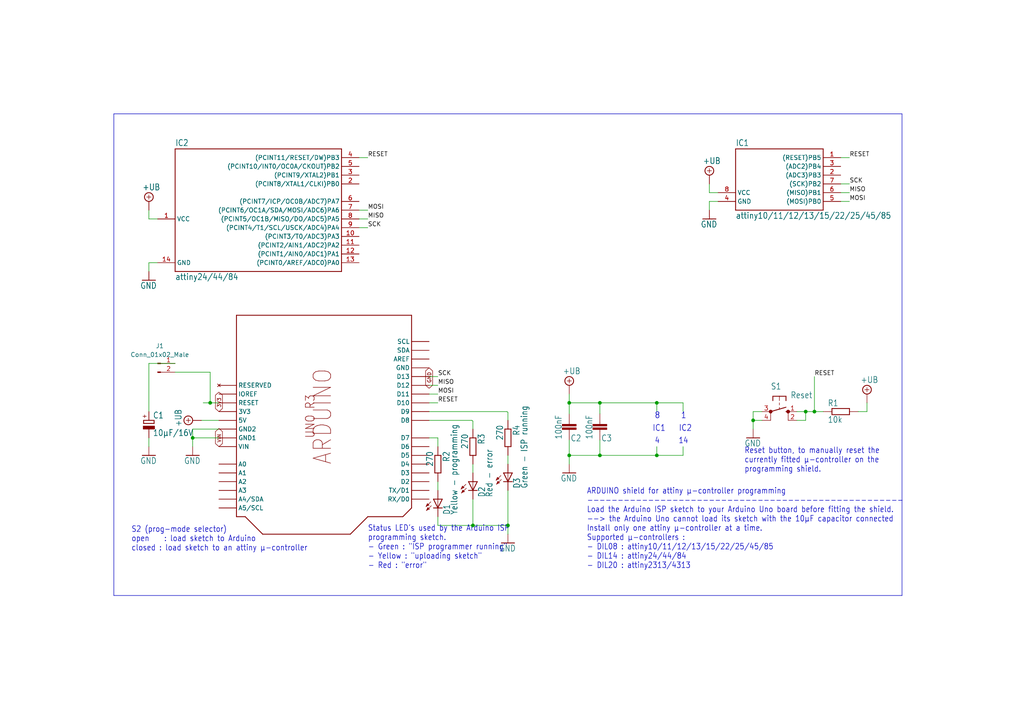
<source format=kicad_sch>
(kicad_sch (version 20211123) (generator eeschema)
  (paper "A4")
  (lib_symbols
    (symbol "Attiny programmer shield-eagle-import:+UB" (power)
      (property "Value" "+UB" (at -1.905 3.175 0))
      (symbol "+UB_1_0"
        (polyline (pts (xy -0.635 1.27) (xy 0.635 1.27)) (stroke (width 0.1524)))
        (polyline (pts (xy 0 0.635) (xy 0 1.905)) (stroke (width 0.1524)))
        (circle (center 0 1.27) (radius 1.27) (stroke (width 0.254)))
        (pin power_in line (at 0 -2.54 90) (length 2.54) (name "+UB") (number "1"))
      )
    )
    (symbol "Attiny programmer shield-eagle-import:10-XX"
      (property "Reference" "S" (at -6.35 -2.54 90))
      (property "Value" "10-XX" (at -3.81 3.175 90))
      (symbol "10-XX_1_0"
        (circle (center 0 -2.54) (radius 0.127) (stroke (width 0.4064)))
        (polyline (pts (xy -4.445 -1.905) (xy -3.175 -1.905)) (stroke (width 0.254)))
        (polyline (pts (xy -4.445 0) (xy -4.445 -1.905)) (stroke (width 0.254)))
        (polyline (pts (xy -4.445 0) (xy -3.175 0)) (stroke (width 0.1524)))
        (polyline (pts (xy -4.445 1.905) (xy -4.445 0)) (stroke (width 0.254)))
        (polyline (pts (xy -4.445 1.905) (xy -3.175 1.905)) (stroke (width 0.254)))
        (polyline (pts (xy -2.54 0) (xy -1.905 0)) (stroke (width 0.1524)))
        (polyline (pts (xy -1.27 0) (xy -0.635 0)) (stroke (width 0.1524)))
        (polyline (pts (xy 0 -2.54) (xy -1.27 1.905)) (stroke (width 0.254)))
        (polyline (pts (xy 0 1.905) (xy 0 2.54)) (stroke (width 0.254)))
        (polyline (pts (xy 2.54 -2.54) (xy 0 -2.54)) (stroke (width 0.1524)))
        (polyline (pts (xy 2.54 2.54) (xy 0 2.54)) (stroke (width 0.1524)))
        (circle (center 0 2.54) (radius 0.127) (stroke (width 0.4064)))
        (pin passive line (at 0 5.08 270) (length 2.54) (name "S") (number "1"))
        (pin passive line (at 2.54 5.08 270) (length 2.54) (name "S1") (number "2"))
        (pin passive line (at 0 -5.08 90) (length 2.54) (name "P") (number "3"))
        (pin passive line (at 2.54 -5.08 90) (length 2.54) (name "P1") (number "4"))
      )
    )
    (symbol "Attiny programmer shield-eagle-import:ARDUINO-UNO_R3"
      (symbol "ARDUINO-UNO_R3_1_0"
        (polyline (pts (xy -33.02 -25.4) (xy 25.4 -25.4)) (stroke (width 0.254)))
        (polyline (pts (xy -33.02 25.4) (xy -33.02 -25.4)) (stroke (width 0.254)))
        (polyline (pts (xy 22.86 25.4) (xy -33.02 25.4)) (stroke (width 0.254)))
        (polyline (pts (xy 25.4 -25.4) (xy 25.4 -22.86)) (stroke (width 0.254)))
        (polyline (pts (xy 25.4 -22.86) (xy 30.48 -17.78)) (stroke (width 0.254)))
        (polyline (pts (xy 25.4 12.7) (xy 25.4 22.86)) (stroke (width 0.254)))
        (polyline (pts (xy 25.4 22.86) (xy 22.86 25.4)) (stroke (width 0.254)))
        (polyline (pts (xy 30.48 -17.78) (xy 30.48 7.62)) (stroke (width 0.254)))
        (polyline (pts (xy 30.48 7.62) (xy 25.4 12.7)) (stroke (width 0.254)))
        (text "ARDUINO" (at -17.78 2.54 0) (effects (font (size 5.08 4.318)) (justify left bottom)))
        (text "UNO R3" (at -10.16 -2.54 0) (effects (font (size 2.54 2.159)) (justify left bottom)))
        (pin power_in line (at -5.08 -30.48 90) (length 5.08) (name "3V3") (number "3V"))
        (pin power_in line (at -2.54 -30.48 90) (length 5.08) (name "5V") (number "5V"))
        (pin bidirectional line (at 10.16 -30.48 90) (length 5.08) (name "A0") (number "A0"))
        (pin bidirectional line (at 12.7 -30.48 90) (length 5.08) (name "A1") (number "A1"))
        (pin bidirectional line (at 15.24 -30.48 90) (length 5.08) (name "A2") (number "A2"))
        (pin bidirectional line (at 17.78 -30.48 90) (length 5.08) (name "A3") (number "A3"))
        (pin bidirectional line (at 20.32 -30.48 90) (length 5.08) (name "A4/SDA") (number "A4"))
        (pin bidirectional line (at 22.86 -30.48 90) (length 5.08) (name "A5/SCL") (number "A5"))
        (pin bidirectional line (at -20.32 30.48 270) (length 5.08) (name "AREF") (number "AREF"))
        (pin bidirectional line (at 20.32 30.48 270) (length 5.08) (name "RX/D0") (number "D0"))
        (pin bidirectional line (at 17.78 30.48 270) (length 5.08) (name "TX/D1") (number "D1"))
        (pin bidirectional line (at -7.62 30.48 270) (length 5.08) (name "D10") (number "D10"))
        (pin bidirectional line (at -10.16 30.48 270) (length 5.08) (name "D11") (number "D11"))
        (pin bidirectional line (at -12.7 30.48 270) (length 5.08) (name "D12") (number "D12"))
        (pin bidirectional line (at -15.24 30.48 270) (length 5.08) (name "D13") (number "D13"))
        (pin bidirectional line (at 15.24 30.48 270) (length 5.08) (name "D2") (number "D2"))
        (pin bidirectional line (at 12.7 30.48 270) (length 5.08) (name "D3") (number "D3"))
        (pin bidirectional line (at 10.16 30.48 270) (length 5.08) (name "D4") (number "D4"))
        (pin bidirectional line (at 7.62 30.48 270) (length 5.08) (name "D5") (number "D5"))
        (pin bidirectional line (at 5.08 30.48 270) (length 5.08) (name "D6") (number "D6"))
        (pin bidirectional line (at 2.54 30.48 270) (length 5.08) (name "D7") (number "D7"))
        (pin bidirectional line (at -2.54 30.48 270) (length 5.08) (name "D8") (number "D8"))
        (pin bidirectional line (at -5.08 30.48 270) (length 5.08) (name "D9") (number "D9"))
        (pin power_in line (at -17.78 30.48 270) (length 5.08) (name "GND") (number "GND"))
        (pin power_in line (at 2.54 -30.48 90) (length 5.08) (name "GND1") (number "GND1"))
        (pin power_in line (at 0 -30.48 90) (length 5.08) (name "GND2") (number "GND2"))
        (pin output line (at -10.16 -30.48 90) (length 5.08) (name "IOREF") (number "IOREF"))
        (pin no_connect line (at -12.7 -30.48 90) (length 5.08) (name "RESERVED") (number "RESERVED"))
        (pin bidirectional line (at -7.62 -30.48 90) (length 5.08) (name "RESET") (number "RESET"))
        (pin bidirectional line (at -25.4 30.48 270) (length 5.08) (name "SCL") (number "SCL"))
        (pin bidirectional line (at -22.86 30.48 270) (length 5.08) (name "SDA") (number "SDA"))
        (pin power_in line (at 5.08 -30.48 90) (length 5.08) (name "VIN") (number "VIN"))
      )
    )
    (symbol "Attiny programmer shield-eagle-import:C-EU050-025X075"
      (property "Reference" "C" (at 1.524 0.381 0))
      (property "Value" "C-EU050-025X075" (at 1.524 -4.699 0))
      (symbol "C-EU050-025X075_1_0"
        (rectangle (start -2.032 -2.032) (end 2.032 -1.524) (fill (type outline)))
        (rectangle (start -2.032 -1.016) (end 2.032 -0.508) (fill (type outline)))
        (polyline (pts (xy 0 -2.54) (xy 0 -2.032)) (stroke (width 0.1524)))
        (polyline (pts (xy 0 0) (xy 0 -0.508)) (stroke (width 0.1524)))
        (pin passive line (at 0 2.54 270) (length 2.54) (name "1") (number "1"))
        (pin passive line (at 0 -5.08 90) (length 2.54) (name "2") (number "2"))
      )
    )
    (symbol "Attiny programmer shield-eagle-import:CPOL-EUE2,5-6E"
      (property "Reference" "C" (at 1.143 0.4826 0))
      (property "Value" "CPOL-EUE2,5-6E" (at 1.143 -4.5974 0))
      (symbol "CPOL-EUE2,5-6E_1_0"
        (rectangle (start -1.651 -2.54) (end 1.651 -1.651) (fill (type outline)))
        (polyline (pts (xy -1.524 -0.889) (xy 1.524 -0.889)) (stroke (width 0.254)))
        (polyline (pts (xy -1.524 0) (xy -1.524 -0.889)) (stroke (width 0.254)))
        (polyline (pts (xy -1.524 0) (xy 1.524 0)) (stroke (width 0.254)))
        (polyline (pts (xy 1.524 -0.889) (xy 1.524 0)) (stroke (width 0.254)))
        (text "+" (at -0.5842 0.4064 900) (effects (font (size 1.27 1.0795)) (justify left bottom)))
        (pin passive line (at 0 2.54 270) (length 2.54) (name "+") (number "+"))
        (pin passive line (at 0 -5.08 90) (length 2.54) (name "-") (number "-"))
      )
    )
    (symbol "Attiny programmer shield-eagle-import:GND" (power)
      (property "Value" "GND" (at -2.54 -2.54 0))
      (symbol "GND_1_0"
        (polyline (pts (xy -1.905 0) (xy 1.905 0)) (stroke (width 0.254)))
        (pin power_in line (at 0 2.54 270) (length 2.54) (name "GND") (number "1"))
      )
    )
    (symbol "Attiny programmer shield-eagle-import:LED3MM"
      (property "Reference" "LED" (at 3.556 -4.572 90))
      (property "Value" "LED3MM" (at 5.715 -4.572 90))
      (symbol "LED3MM_1_0"
        (polyline (pts (xy -2.032 -0.762) (xy -3.429 -2.159)) (stroke (width 0.1524)))
        (polyline (pts (xy -1.905 -1.905) (xy -3.302 -3.302)) (stroke (width 0.1524)))
        (polyline (pts (xy 0 -2.54) (xy -1.27 -2.54)) (stroke (width 0.254)))
        (polyline (pts (xy 0 -2.54) (xy -1.27 0)) (stroke (width 0.254)))
        (polyline (pts (xy 0 0) (xy -1.27 0)) (stroke (width 0.254)))
        (polyline (pts (xy 0 0) (xy 0 -2.54)) (stroke (width 0.1524)))
        (polyline (pts (xy 1.27 -2.54) (xy 0 -2.54)) (stroke (width 0.254)))
        (polyline (pts (xy 1.27 0) (xy 0 -2.54)) (stroke (width 0.254)))
        (polyline (pts (xy 1.27 0) (xy 0 0)) (stroke (width 0.254)))
        (polyline (pts (xy -3.429 -2.159) (xy -3.048 -1.27) (xy -2.54 -1.778)) (fill (type outline)))
        (polyline (pts (xy -3.302 -3.302) (xy -2.921 -2.413) (xy -2.413 -2.921)) (fill (type outline)))
        (pin passive line (at 0 2.54 270) (length 2.54) (name "A") (number "A"))
        (pin passive line (at 0 -5.08 90) (length 2.54) (name "C") (number "K"))
      )
    )
    (symbol "Attiny programmer shield-eagle-import:R-EU_0204{slash}5"
      (property "Reference" "R" (at -3.81 1.4986 0))
      (property "Value" "R-EU_0204{slash}5" (at -3.81 -3.302 0))
      (symbol "R-EU_0204{slash}5_1_0"
        (polyline (pts (xy -2.54 -0.889) (xy -2.54 0.889)) (stroke (width 0.254)))
        (polyline (pts (xy -2.54 -0.889) (xy 2.54 -0.889)) (stroke (width 0.254)))
        (polyline (pts (xy 2.54 -0.889) (xy 2.54 0.889)) (stroke (width 0.254)))
        (polyline (pts (xy 2.54 0.889) (xy -2.54 0.889)) (stroke (width 0.254)))
        (pin passive line (at -5.08 0 0) (length 2.54) (name "1") (number "1"))
        (pin passive line (at 5.08 0 180) (length 2.54) (name "2") (number "2"))
      )
    )
    (symbol "Attiny programmer shield-eagle-import:R-EU_0207{slash}7"
      (property "Reference" "R" (at -3.81 1.4986 0))
      (property "Value" "R-EU_0207{slash}7" (at -3.81 -3.302 0))
      (symbol "R-EU_0207{slash}7_1_0"
        (polyline (pts (xy -2.54 -0.889) (xy -2.54 0.889)) (stroke (width 0.254)))
        (polyline (pts (xy -2.54 -0.889) (xy 2.54 -0.889)) (stroke (width 0.254)))
        (polyline (pts (xy 2.54 -0.889) (xy 2.54 0.889)) (stroke (width 0.254)))
        (polyline (pts (xy 2.54 0.889) (xy -2.54 0.889)) (stroke (width 0.254)))
        (pin passive line (at -5.08 0 0) (length 2.54) (name "1") (number "1"))
        (pin passive line (at 5.08 0 180) (length 2.54) (name "2") (number "2"))
      )
    )
    (symbol "Attiny programmer shield-eagle-import:TINY138P3"
      (property "Value" "TINY138P3" (at -12.7 -12.7 0))
      (symbol "TINY138P3_1_0"
        (polyline (pts (xy -12.7 -10.16) (xy -12.7 7.62)) (stroke (width 0.254)))
        (polyline (pts (xy -12.7 7.62) (xy 12.7 7.62)) (stroke (width 0.254)))
        (polyline (pts (xy 12.7 -10.16) (xy -12.7 -10.16)) (stroke (width 0.254)))
        (polyline (pts (xy 12.7 7.62) (xy 12.7 -10.16)) (stroke (width 0.254)))
        (pin bidirectional line (at 17.78 5.08 180) (length 5.08) (name "(RESET)PB5") (number "1"))
        (pin bidirectional line (at 17.78 0 180) (length 5.08) (name "(ADC3)PB3") (number "2"))
        (pin bidirectional line (at 17.78 2.54 180) (length 5.08) (name "(ADC2)PB4") (number "3"))
        (pin power_in line (at -17.78 -7.62 0) (length 5.08) (name "GND") (number "4"))
        (pin bidirectional line (at 17.78 -7.62 180) (length 5.08) (name "(MOSI)PB0") (number "5"))
        (pin bidirectional line (at 17.78 -5.08 180) (length 5.08) (name "(MISO)PB1") (number "6"))
        (pin bidirectional line (at 17.78 -2.54 180) (length 5.08) (name "(SCK)PB2") (number "7"))
        (pin power_in line (at -17.78 -5.08 0) (length 5.08) (name "VCC") (number "8"))
      )
    )
    (symbol "Attiny programmer shield-eagle-import:TINY24{slash}44{slash}84-PU"
      (property "Reference" "IC" (at -2.54 18.542 0))
      (property "Value" "TINY24{slash}44{slash}84-PU" (at -2.54 -20.32 0))
      (symbol "TINY24{slash}44{slash}84-PU_1_0"
        (polyline (pts (xy -2.54 -17.78) (xy -2.54 17.78)) (stroke (width 0.254)))
        (polyline (pts (xy -2.54 17.78) (xy 45.72 17.78)) (stroke (width 0.254)))
        (polyline (pts (xy 45.72 -17.78) (xy -2.54 -17.78)) (stroke (width 0.254)))
        (polyline (pts (xy 45.72 17.78) (xy 45.72 -17.78)) (stroke (width 0.254)))
        (pin power_in line (at -7.62 -2.54 0) (length 5.08) (name "VCC") (number "1"))
        (pin bidirectional line (at 50.8 -7.62 180) (length 5.08) (name "(PCINT3/T0/ADC3)PA3") (number "10"))
        (pin bidirectional line (at 50.8 -10.16 180) (length 5.08) (name "(PCINT2/AIN1/ADC2)PA2") (number "11"))
        (pin bidirectional line (at 50.8 -12.7 180) (length 5.08) (name "(PCINT1/AIN0/ADC1)PA1") (number "12"))
        (pin bidirectional line (at 50.8 -15.24 180) (length 5.08) (name "(PCINT0/AREF/ADC0)PA0") (number "13"))
        (pin power_in line (at -7.62 -15.24 0) (length 5.08) (name "GND") (number "14"))
        (pin bidirectional line (at 50.8 7.62 180) (length 5.08) (name "(PCINT8/XTAL1/CLKI)PB0") (number "2"))
        (pin bidirectional line (at 50.8 10.16 180) (length 5.08) (name "(PCINT9/XTAL2)PB1") (number "3"))
        (pin bidirectional line (at 50.8 15.24 180) (length 5.08) (name "(PCINT11/RESET/DW)PB3") (number "4"))
        (pin bidirectional line (at 50.8 12.7 180) (length 5.08) (name "(PCINT10/INT0/OC0A/CKOUT)PB2") (number "5"))
        (pin bidirectional line (at 50.8 2.54 180) (length 5.08) (name "(PCINT7/ICP/OC0B/ADC7)PA7") (number "6"))
        (pin bidirectional line (at 50.8 0 180) (length 5.08) (name "(PCINT6/OC1A/SDA/MOSI/ADC6)PA6") (number "7"))
        (pin bidirectional line (at 50.8 -2.54 180) (length 5.08) (name "(PCINT5/OC1B/MISO/DO/ADC5)PA5") (number "8"))
        (pin bidirectional line (at 50.8 -5.08 180) (length 5.08) (name "(PCINT4/T1/SCL/USCK/ADC4)PA4") (number "9"))
      )
    )
    (symbol "Connector:Conn_01x02_Male" (pin_names (offset 1.016) hide)
      (property "Reference" "J" (at 0 2.54 0))
      (property "Value" "Conn_01x02_Male" (at 0 -5.08 0))
      (symbol "Conn_01x02_Male_1_1"
        (polyline (pts (xy 1.27 -2.54) (xy 0.8636 -2.54)) (stroke (width 0.1524)))
        (polyline (pts (xy 1.27 0) (xy 0.8636 0)) (stroke (width 0.1524)))
        (rectangle (start 0.8636 -2.413) (end 0 -2.667) (stroke (width 0.1524)) (fill (type outline)))
        (rectangle (start 0.8636 0.127) (end 0 -0.127) (stroke (width 0.1524)) (fill (type outline)))
        (pin passive line (at 5.08 0 180) (length 3.81) (name "Pin_1") (number "1"))
        (pin passive line (at 5.08 -2.54 180) (length 3.81) (name "Pin_2") (number "2"))
      )
    )
  )
  (junction (at 173.99 132.08))
  (junction (at 165.1 116.84))
  (junction (at 190.5 116.84))
  (junction (at 190.5 132.08))
  (junction (at 218.44 121.92))
  (junction (at 236.22 119.38))
  (junction (at 147.32 152.4))
  (junction (at 55.88 127))
  (junction (at 137.16 152.4))
  (junction (at 165.1 132.08))
  (junction (at 173.99 116.84))
  (junction (at 60.96 116.84))
  (junction (at 233.68 119.38))
  (wire (pts (xy 205.74 58.42) (xy 208.28 58.42)))
  (wire (pts (xy 137.16 134.62) (xy 137.16 137.16)))
  (wire (pts (xy 205.74 55.88) (xy 208.28 55.88)))
  (wire (pts (xy 124.46 114.3) (xy 127 114.3)))
  (wire (pts (xy 63.5 124.46) (xy 55.88 124.46)))
  (wire (pts (xy 165.1 116.84) (xy 173.99 116.84)))
  (wire (pts (xy 236.22 119.38) (xy 238.76 119.38)))
  (wire (pts (xy 124.46 109.22) (xy 127 109.22)))
  (wire (pts (xy 43.18 105.41) (xy 50.8 105.41)))
  (wire (pts (xy 60.96 107.95) (xy 50.8 107.95)))
  (wire (pts (xy 198.12 132.08) (xy 198.12 129.54)))
  (wire (pts (xy 243.84 45.72) (xy 246.38 45.72)))
  (wire (pts (xy 136.906 121.92) (xy 137.16 122.174)))
  (wire (pts (xy 243.84 55.88) (xy 246.38 55.88)))
  (wire (pts (xy 231.14 119.38) (xy 233.68 119.38)))
  (wire (pts (xy 243.84 53.34) (xy 246.38 53.34)))
  (wire (pts (xy 127 139.7) (xy 127 142.24)))
  (wire (pts (xy 127 149.86) (xy 127 152.4)))
  (wire (pts (xy 198.12 116.84) (xy 198.12 119.38)))
  (wire (pts (xy 147.32 152.4) (xy 137.16 152.4)))
  (wire (pts (xy 60.96 116.84) (xy 63.5 116.84)))
  (wire (pts (xy 147.066 119.38) (xy 147.32 119.634)))
  (wire (pts (xy 147.32 142.24) (xy 147.32 152.4)))
  (wire (pts (xy 137.16 152.4) (xy 137.16 144.78)))
  (polyline (pts (xy 33.02 172.72) (xy 261.62 172.72)) (stroke (width 0) (type solid)))
  (wire (pts (xy 124.46 111.76) (xy 127 111.76)))
  (wire (pts (xy 43.18 119.38) (xy 43.18 105.41)))
  (wire (pts (xy 218.44 121.92) (xy 218.44 124.46)))
  (wire (pts (xy 173.99 132.08) (xy 190.5 132.08)))
  (wire (pts (xy 231.14 121.92) (xy 233.68 121.92)))
  (wire (pts (xy 190.5 132.08) (xy 190.5 129.54)))
  (wire (pts (xy 43.18 76.2) (xy 43.18 78.74)))
  (wire (pts (xy 218.44 119.38) (xy 218.44 121.92)))
  (wire (pts (xy 190.5 116.84) (xy 190.5 119.38)))
  (wire (pts (xy 205.74 60.96) (xy 205.74 58.42)))
  (wire (pts (xy 205.74 53.34) (xy 205.74 55.88)))
  (wire (pts (xy 233.68 119.38) (xy 236.22 119.38)))
  (polyline (pts (xy 33.02 33.02) (xy 33.02 172.72)) (stroke (width 0) (type solid)))
  (wire (pts (xy 165.1 127.635) (xy 165.1 132.08)))
  (wire (pts (xy 236.22 119.38) (xy 236.22 109.22)))
  (wire (pts (xy 165.1 120.015) (xy 165.1 116.84)))
  (wire (pts (xy 165.1 132.08) (xy 173.99 132.08)))
  (wire (pts (xy 63.5 121.92) (xy 58.42 121.92)))
  (wire (pts (xy 243.84 58.42) (xy 246.38 58.42)))
  (polyline (pts (xy 261.62 33.02) (xy 33.02 33.02)) (stroke (width 0) (type solid)))
  (wire (pts (xy 147.32 119.634) (xy 147.32 121.92)))
  (wire (pts (xy 173.99 127.635) (xy 173.99 132.08)))
  (wire (pts (xy 104.14 63.5) (xy 106.68 63.5)))
  (wire (pts (xy 124.46 119.38) (xy 147.066 119.38)))
  (wire (pts (xy 104.14 60.96) (xy 106.68 60.96)))
  (wire (pts (xy 127 152.4) (xy 137.16 152.4)))
  (wire (pts (xy 173.99 116.84) (xy 190.5 116.84)))
  (wire (pts (xy 173.99 120.015) (xy 173.99 116.84)))
  (wire (pts (xy 165.1 132.08) (xy 165.1 134.62)))
  (wire (pts (xy 43.18 60.96) (xy 43.18 63.5)))
  (wire (pts (xy 43.18 127) (xy 43.18 129.54)))
  (wire (pts (xy 43.18 63.5) (xy 45.72 63.5)))
  (wire (pts (xy 251.46 119.38) (xy 248.92 119.38)))
  (wire (pts (xy 190.5 116.84) (xy 198.12 116.84)))
  (wire (pts (xy 104.14 66.04) (xy 106.68 66.04)))
  (wire (pts (xy 220.98 119.38) (xy 218.44 119.38)))
  (wire (pts (xy 220.98 121.92) (xy 218.44 121.92)))
  (wire (pts (xy 58.928 116.84) (xy 60.96 116.84)))
  (wire (pts (xy 55.88 127) (xy 55.88 129.54)))
  (wire (pts (xy 233.68 121.92) (xy 233.68 119.38)))
  (wire (pts (xy 63.5 127) (xy 55.88 127)))
  (wire (pts (xy 127 127) (xy 127 129.54)))
  (wire (pts (xy 45.72 76.2) (xy 43.18 76.2)))
  (wire (pts (xy 124.46 121.92) (xy 136.906 121.92)))
  (wire (pts (xy 124.46 116.84) (xy 127 116.84)))
  (wire (pts (xy 147.32 154.94) (xy 147.32 152.4)))
  (wire (pts (xy 124.46 127) (xy 127 127)))
  (wire (pts (xy 165.1 114.3) (xy 165.1 116.84)))
  (wire (pts (xy 137.16 122.174) (xy 137.16 124.46)))
  (wire (pts (xy 147.32 132.08) (xy 147.32 134.62)))
  (wire (pts (xy 104.14 45.72) (xy 106.68 45.72)))
  (wire (pts (xy 55.88 124.46) (xy 55.88 127)))
  (wire (pts (xy 60.96 116.84) (xy 60.96 107.95)))
  (polyline (pts (xy 261.62 172.72) (xy 261.62 33.02)) (stroke (width 0) (type solid)))
  (wire (pts (xy 190.5 132.08) (xy 198.12 132.08)))
  (wire (pts (xy 251.46 116.84) (xy 251.46 119.38)))
  (text "ARDUINO shield for attiny µ-controller programming\n----------------------------------------------------\nLoad the Arduino ISP sketch to your Arduino Uno board before fitting the shield.\n--> the Arduino Uno cannot load its sketch with the 10µF capacitor connected\nInstall only one attiny µ-controller at a time.\nSupported µ-controllers :\n- DIL08 : attiny10/11/12/13/15/22/25/45/85\n- DIL14 : attiny24/44/84\n- DIL20 : attiny2313/4313" (at 170.18 165.1 180) (effects (font (size 1.6764 1.4249)) (justify left bottom)))
  (text "IC2" (at 196.85 125.349 180) (effects (font (size 1.778 1.5113)) (justify left bottom)))
  (text "1" (at 197.485 121.666 180) (effects (font (size 1.778 1.5113)) (justify left bottom)))
  (text "S2 (prog-mode selector)\nopen    : load sketch to Arduino\nclosed : load sketch to an attiny µ-controller" (at 38.1 160.02 180) (effects (font (size 1.6764 1.4249)) (justify left bottom)))
  (text "8" (at 189.865 121.666 180) (effects (font (size 1.778 1.5113)) (justify left bottom)))
  (text "Status LED's used by the Arduino ISP\nprogramming sketch.\n- Green : \"ISP programmer running\"\n- Yellow : \"uploading sketch\"\n- Red : \"error\"" (at 106.68 165.1 180) (effects (font (size 1.6764 1.4249)) (justify left bottom)))
  (text "4" (at 189.865 128.905 180) (effects (font (size 1.6764 1.4249)) (justify left bottom)))
  (text "Reset button, to manually reset the\ncurrently fitted µ-controller on the\nprogramming shield." (at 215.9 137.16 180) (effects (font (size 1.6764 1.4249)) (justify left bottom)))
  (text "IC1" (at 189.23 125.349 180) (effects (font (size 1.778 1.5113)) (justify left bottom)))
  (text "14" (at 196.7738 128.905 180) (effects (font (size 1.6764 1.4249)) (justify left bottom)))
  (label "SCK" (at 127 109.22 0) (effects (font (size 1.2446 1.2446))))
  (label "RESET" (at 127 116.84 0) (effects (font (size 1.2446 1.2446))))
  (label "RESET" (at 106.68 45.72 0) (effects (font (size 1.2446 1.2446))))
  (label "RESET" (at 246.38 45.72 0) (effects (font (size 1.2446 1.2446))))
  (label "RESET" (at 236.22 109.22 0) (effects (font (size 1.2446 1.2446))))
  (label "MISO" (at 127 111.76 0) (effects (font (size 1.2446 1.2446))))
  (label "SCK" (at 106.68 66.04 0) (effects (font (size 1.2446 1.2446))))
  (label "MISO" (at 246.38 55.88 0) (effects (font (size 1.2446 1.2446))))
  (label "MISO" (at 106.68 63.5 0) (effects (font (size 1.2446 1.2446))))
  (label "MOSI" (at 127 114.3 0) (effects (font (size 1.2446 1.2446))))
  (label "MOSI" (at 106.68 60.96 0) (effects (font (size 1.2446 1.2446))))
  (label "MOSI" (at 246.38 58.42 0) (effects (font (size 1.2446 1.2446))))
  (label "SCK" (at 246.38 53.34 0) (effects (font (size 1.2446 1.2446))))
  (global_label "VIN" (shape bidirectional) (at 63.5 129.54 90) (effects (font (size 1.016 1.016))) (property "Intersheet References" "${INTERSHEET_REFS}" (effects hide)))
  (global_label "3V3" (shape bidirectional) (at 63.5 119.38 90) (effects (font (size 1.016 1.016))) (property "Intersheet References" "${INTERSHEET_REFS}" (effects hide)))
  (global_label "GND" (shape bidirectional) (at 124.46 106.68 270) (effects (font (size 1.016 1.016))) (property "Intersheet References" "${INTERSHEET_REFS}" (effects hide)))
  (symbol (lib_id "Attiny programmer shield-eagle-import:LED3MM") (at 127 144.78 0) (unit 1)
    (property "Reference" "D1" (at 130.556 149.352 90) (effects (font (size 1.778 1.5113)) (justify left bottom)))
    (property "Value" "Yellow - programming" (at 132.715 149.352 90) (effects (font (size 1.778 1.5113)) (justify left bottom)))
    (property "Footprint" "Attiny programmer shield:LED3MM" (effects hide))
  )
  (symbol (lib_id "Attiny programmer shield-eagle-import:+UB") (at 251.46 114.3 0) (unit 1)
    (property "Reference" "#SUPPLY06" (effects hide))
    (property "Value" "+UB" (at 249.555 111.125 0) (effects (font (size 1.778 1.5113)) (justify left bottom)))
    (property "Footprint" "Attiny programmer shield:" (effects hide))
  )
  (symbol (lib_id "Attiny programmer shield-eagle-import:R-EU_0204{slash}5") (at 137.16 129.54 270) (unit 1)
    (property "Reference" "R3" (at 138.6586 125.73 0) (effects (font (size 1.778 1.5113)) (justify left bottom)))
    (property "Value" "270" (at 133.858 125.73 0) (effects (font (size 1.778 1.5113)) (justify left bottom)))
    (property "Footprint" "Attiny programmer shield:0204_5" (effects hide))
  )
  (symbol (lib_id "Attiny programmer shield-eagle-import:R-EU_0207{slash}7") (at 243.84 119.38 0) (unit 1)
    (property "Reference" "R1" (at 240.03 117.8814 0) (effects (font (size 1.778 1.5113)) (justify left bottom)))
    (property "Value" "10k" (at 240.03 122.682 0) (effects (font (size 1.778 1.5113)) (justify left bottom)))
    (property "Footprint" "Attiny programmer shield:0207_7" (effects hide))
  )
  (symbol (lib_id "Connector:Conn_01x02_Male") (at 45.72 105.41 0) (unit 1)
    (property "Reference" "J1" (at 46.355 100.33 0))
    (property "Value" "Conn_01x02_Male" (at 46.355 102.87 0))
    (property "Footprint" "Connector_PinHeader_2.54mm:PinHeader_1x02_P2.54mm_Horizontal" (effects hide))
  )
  (symbol (lib_id "Attiny programmer shield-eagle-import:ARDUINO-UNO_R3") (at 93.98 124.46 270) (unit 1)
    (property "Reference" "U$1" (effects hide))
    (property "Value" "Arduino Uno" (effects hide))
    (property "Footprint" "Attiny programmer shield:ARDUINO-R3" (effects hide))
  )
  (symbol (lib_id "Attiny programmer shield-eagle-import:R-EU_0204{slash}5") (at 147.32 127 270) (unit 1)
    (property "Reference" "R4" (at 148.8186 123.19 0) (effects (font (size 1.778 1.5113)) (justify left bottom)))
    (property "Value" "270" (at 144.018 123.19 0) (effects (font (size 1.778 1.5113)) (justify left bottom)))
    (property "Footprint" "Attiny programmer shield:0204_5" (effects hide))
  )
  (symbol (lib_id "Attiny programmer shield-eagle-import:GND") (at 43.18 81.28 0) (unit 1)
    (property "Reference" "#GND05" (effects hide))
    (property "Value" "GND" (at 40.64 83.82 0) (effects (font (size 1.778 1.5113)) (justify left bottom)))
    (property "Footprint" "Attiny programmer shield:" (effects hide))
  )
  (symbol (lib_id "Attiny programmer shield-eagle-import:LED3MM") (at 147.32 137.16 0) (unit 1)
    (property "Reference" "D3" (at 150.876 141.732 90) (effects (font (size 1.778 1.5113)) (justify left bottom)))
    (property "Value" "Green - ISP running" (at 153.035 141.732 90) (effects (font (size 1.778 1.5113)) (justify left bottom)))
    (property "Footprint" "Attiny programmer shield:LED3MM" (effects hide))
  )
  (symbol (lib_id "Attiny programmer shield-eagle-import:10-XX") (at 226.06 119.38 270) (unit 1)
    (property "Reference" "S1" (at 223.52 113.03 90) (effects (font (size 1.778 1.5113)) (justify left bottom)))
    (property "Value" "Reset" (at 229.235 115.57 90) (effects (font (size 1.778 1.5113)) (justify left bottom)))
    (property "Footprint" "Attiny programmer shield:B3F-10XX" (effects hide))
  )
  (symbol (lib_id "Attiny programmer shield-eagle-import:GND") (at 218.44 127 0) (unit 1)
    (property "Reference" "#GND02" (effects hide))
    (property "Value" "GND" (at 215.9 129.54 0) (effects (font (size 1.778 1.5113)) (justify left bottom)))
    (property "Footprint" "Attiny programmer shield:" (effects hide))
  )
  (symbol (lib_id "Attiny programmer shield-eagle-import:TINY24{slash}44{slash}84-PU") (at 53.34 60.96 0) (unit 1)
    (property "Reference" "IC2" (at 50.8 42.418 0) (effects (font (size 1.778 1.5113)) (justify left bottom)))
    (property "Value" "attiny24/44/84" (at 50.8 81.28 0) (effects (font (size 1.778 1.5113)) (justify left bottom)))
    (property "Footprint" "Attiny programmer shield:DIL14" (effects hide))
  )
  (symbol (lib_id "Attiny programmer shield-eagle-import:TINY138P3") (at 226.06 50.8 0) (unit 1)
    (property "Reference" "IC1" (at 213.36 42.418 0) (effects (font (size 1.778 1.5113)) (justify left bottom)))
    (property "Value" "attiny10/11/12/13/15/22/25/45/85" (at 213.36 63.5 0) (effects (font (size 1.778 1.5113)) (justify left bottom)))
    (property "Footprint" "Attiny programmer shield:DIL08" (effects hide))
  )
  (symbol (lib_id "Attiny programmer shield-eagle-import:GND") (at 55.88 132.08 0) (unit 1)
    (property "Reference" "#GND06" (effects hide))
    (property "Value" "GND" (at 53.34 134.62 0) (effects (font (size 1.778 1.5113)) (justify left bottom)))
    (property "Footprint" "Attiny programmer shield:" (effects hide))
  )
  (symbol (lib_id "Attiny programmer shield-eagle-import:GND") (at 43.18 132.08 0) (unit 1)
    (property "Reference" "#GND08" (effects hide))
    (property "Value" "GND" (at 40.64 134.62 0) (effects (font (size 1.778 1.5113)) (justify left bottom)))
    (property "Footprint" "Attiny programmer shield:" (effects hide))
  )
  (symbol (lib_id "Attiny programmer shield-eagle-import:GND") (at 147.32 157.48 0) (unit 1)
    (property "Reference" "#GND09" (effects hide))
    (property "Value" "GND" (at 144.78 160.02 0) (effects (font (size 1.778 1.5113)) (justify left bottom)))
    (property "Footprint" "Attiny programmer shield:" (effects hide))
  )
  (symbol (lib_id "Attiny programmer shield-eagle-import:+UB") (at 55.88 121.92 90) (unit 1)
    (property "Reference" "#SUPPLY05" (effects hide))
    (property "Value" "+UB" (at 52.705 123.825 0) (effects (font (size 1.778 1.5113)) (justify left bottom)))
    (property "Footprint" "Attiny programmer shield:" (effects hide))
  )
  (symbol (lib_id "Attiny programmer shield-eagle-import:GND") (at 165.1 137.16 0) (unit 1)
    (property "Reference" "#GND07" (effects hide))
    (property "Value" "GND" (at 162.56 139.7 0) (effects (font (size 1.778 1.5113)) (justify left bottom)))
    (property "Footprint" "Attiny programmer shield:" (effects hide))
  )
  (symbol (lib_id "Attiny programmer shield-eagle-import:LED3MM") (at 137.16 139.7 0) (unit 1)
    (property "Reference" "D2" (at 140.716 144.272 90) (effects (font (size 1.778 1.5113)) (justify left bottom)))
    (property "Value" "Red - error" (at 142.875 144.272 90) (effects (font (size 1.778 1.5113)) (justify left bottom)))
    (property "Footprint" "Attiny programmer shield:LED3MM" (effects hide))
  )
  (symbol (lib_id "Attiny programmer shield-eagle-import:+UB") (at 43.18 58.42 0) (unit 1)
    (property "Reference" "#SUPPLY04" (effects hide))
    (property "Value" "+UB" (at 41.275 55.245 0) (effects (font (size 1.778 1.5113)) (justify left bottom)))
    (property "Footprint" "Attiny programmer shield:" (effects hide))
  )
  (symbol (lib_id "Attiny programmer shield-eagle-import:GND") (at 205.74 63.5 0) (unit 1)
    (property "Reference" "#GND04" (effects hide))
    (property "Value" "GND" (at 203.2 66.04 0) (effects (font (size 1.778 1.5113)) (justify left bottom)))
    (property "Footprint" "Attiny programmer shield:" (effects hide))
  )
  (symbol (lib_id "Attiny programmer shield-eagle-import:+UB") (at 165.1 111.76 0) (unit 1)
    (property "Reference" "#SUPPLY07" (effects hide))
    (property "Value" "+UB" (at 163.195 108.585 0) (effects (font (size 1.778 1.5113)) (justify left bottom)))
    (property "Footprint" "Attiny programmer shield:" (effects hide))
  )
  (symbol (lib_id "Attiny programmer shield-eagle-import:R-EU_0204{slash}5") (at 127 134.62 270) (unit 1)
    (property "Reference" "R2" (at 128.4986 130.81 0) (effects (font (size 1.778 1.5113)) (justify left bottom)))
    (property "Value" "270" (at 123.698 130.81 0) (effects (font (size 1.778 1.5113)) (justify left bottom)))
    (property "Footprint" "Attiny programmer shield:0204_5" (effects hide))
  )
  (symbol (lib_id "Attiny programmer shield-eagle-import:CPOL-EUE2,5-6E") (at 43.18 121.92 0) (unit 1)
    (property "Reference" "C1" (at 44.323 121.4374 0) (effects (font (size 1.778 1.5113)) (justify left bottom)))
    (property "Value" "10µF/16V" (at 44.323 126.5174 0) (effects (font (size 1.778 1.5113)) (justify left bottom)))
    (property "Footprint" "Attiny programmer shield:E2,5-6E" (effects hide))
  )
  (symbol (lib_id "Attiny programmer shield-eagle-import:+UB") (at 205.74 50.8 0) (unit 1)
    (property "Reference" "#SUPPLY03" (effects hide))
    (property "Value" "+UB" (at 203.835 47.625 0) (effects (font (size 1.778 1.5113)) (justify left bottom)))
    (property "Footprint" "Attiny programmer shield:" (effects hide))
  )
  (symbol (lib_id "Attiny programmer shield-eagle-import:C-EU050-025X075") (at 173.99 125.095 180) (unit 1)
    (property "Reference" "C3" (at 177.546 126.111 0) (effects (font (size 1.778 1.5113)) (justify left bottom)))
    (property "Value" "100nF" (at 169.926 120.269 90) (effects (font (size 1.778 1.5113)) (justify left bottom)))
    (property "Footprint" "Attiny programmer shield:C050-025X075" (effects hide))
  )
  (symbol (lib_id "Attiny programmer shield-eagle-import:C-EU050-025X075") (at 165.1 125.095 180) (unit 1)
    (property "Reference" "C2" (at 168.656 126.111 0) (effects (font (size 1.778 1.5113)) (justify left bottom)))
    (property "Value" "100nF" (at 161.036 120.269 90) (effects (font (size 1.778 1.5113)) (justify left bottom)))
    (property "Footprint" "Attiny programmer shield:C050-025X075" (effects hide))
  )
)
</source>
